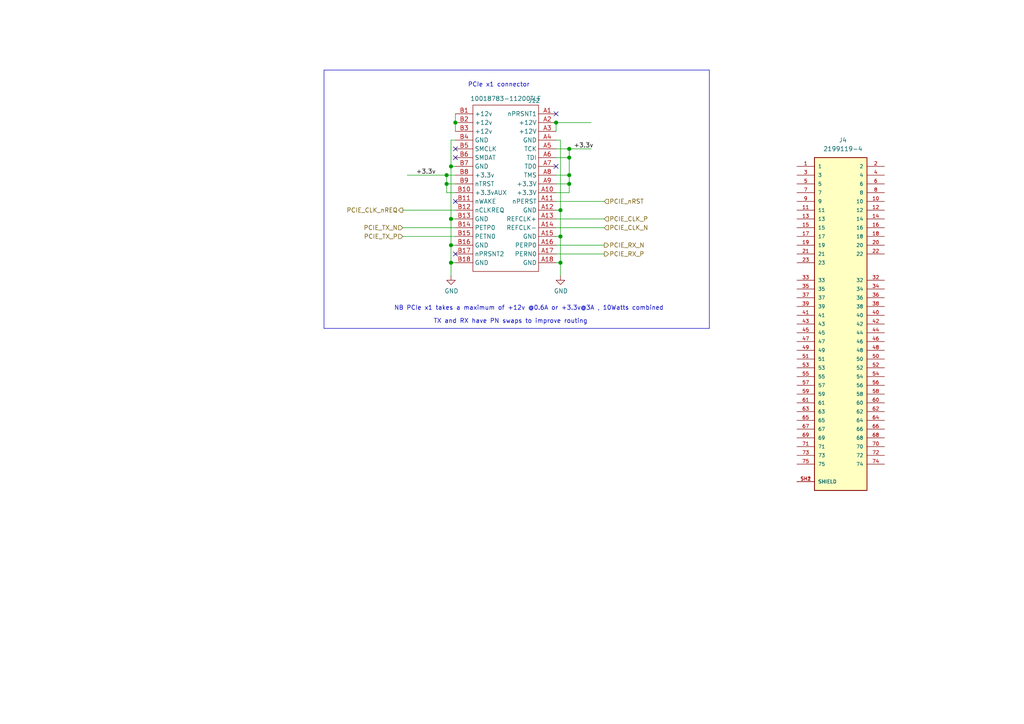
<source format=kicad_sch>
(kicad_sch (version 20201015) (generator eeschema)
  (page 1 6)
  (paper "A4")
  (title_block (title "Compute Module 4 IO Board - PCIe") (rev "1") (company "(c) Raspberry Pi Trading 2020") (comment 1 "www.raspberrypi.org"))
  (lib_symbols
    (symbol "2199119-4:2199119-4" (pin_names (offset 1.016))
      (property "Reference" "J" (at -7.6454 48.9712 0))
      (property "Value" "2199119-4" (at -7.62 -50.8254 0))
      (symbol "2199119-4_0_0"
        (rectangle (start -7.62 -48.26) (end 7.62 48.26) (stroke (width 0.254)) (fill (type background)))
        (pin passive line (at -12.7 45.72 0) (length 5.08) (name "1") (number "1"))
        (pin passive line (at 12.7 45.72 180) (length 5.08) (name "2") (number "2"))
        (pin passive line (at -12.7 43.18 0) (length 5.08) (name "3") (number "3"))
        (pin passive line (at 12.7 43.18 180) (length 5.08) (name "4") (number "4"))
        (pin passive line (at -12.7 40.64 0) (length 5.08) (name "5") (number "5"))
        (pin passive line (at 12.7 40.64 180) (length 5.08) (name "6") (number "6"))
        (pin passive line (at -12.7 38.1 0) (length 5.08) (name "7") (number "7"))
        (pin passive line (at 12.7 38.1 180) (length 5.08) (name "8") (number "8"))
        (pin passive line (at -12.7 35.56 0) (length 5.08) (name "9") (number "9"))
        (pin passive line (at 12.7 35.56 180) (length 5.08) (name "10") (number "10"))
        (pin passive line (at -12.7 33.02 0) (length 5.08) (name "11") (number "11"))
        (pin passive line (at 12.7 12.7 180) (length 5.08) (name "32") (number "32"))
        (pin passive line (at -12.7 12.7 0) (length 5.08) (name "33") (number "33"))
        (pin passive line (at 12.7 10.16 180) (length 5.08) (name "34") (number "34"))
        (pin passive line (at -12.7 10.16 0) (length 5.08) (name "35") (number "35"))
        (pin passive line (at 12.7 7.62 180) (length 5.08) (name "36") (number "36"))
        (pin passive line (at -12.7 7.62 0) (length 5.08) (name "37") (number "37"))
        (pin passive line (at 12.7 5.08 180) (length 5.08) (name "38") (number "38"))
        (pin passive line (at -12.7 5.08 0) (length 5.08) (name "39") (number "39"))
        (pin passive line (at 12.7 2.54 180) (length 5.08) (name "40") (number "40"))
        (pin passive line (at -12.7 2.54 0) (length 5.08) (name "41") (number "41"))
        (pin passive line (at 12.7 0 180) (length 5.08) (name "42") (number "42"))
        (pin passive line (at -12.7 0 0) (length 5.08) (name "43") (number "43"))
        (pin passive line (at 12.7 -2.54 180) (length 5.08) (name "44") (number "44"))
        (pin passive line (at -12.7 -2.54 0) (length 5.08) (name "45") (number "45"))
        (pin passive line (at 12.7 -5.08 180) (length 5.08) (name "46") (number "46"))
        (pin passive line (at -12.7 -5.08 0) (length 5.08) (name "47") (number "47"))
        (pin passive line (at 12.7 -7.62 180) (length 5.08) (name "48") (number "48"))
        (pin passive line (at -12.7 -7.62 0) (length 5.08) (name "49") (number "49"))
        (pin passive line (at 12.7 -10.16 180) (length 5.08) (name "50") (number "50"))
        (pin passive line (at -12.7 -10.16 0) (length 5.08) (name "51") (number "51"))
        (pin passive line (at 12.7 -12.7 180) (length 5.08) (name "52") (number "52"))
        (pin passive line (at -12.7 -12.7 0) (length 5.08) (name "53") (number "53"))
        (pin passive line (at 12.7 -15.24 180) (length 5.08) (name "54") (number "54"))
        (pin passive line (at -12.7 -15.24 0) (length 5.08) (name "55") (number "55"))
        (pin passive line (at 12.7 -17.78 180) (length 5.08) (name "56") (number "56"))
        (pin passive line (at -12.7 -17.78 0) (length 5.08) (name "57") (number "57"))
        (pin passive line (at 12.7 -20.32 180) (length 5.08) (name "58") (number "58"))
        (pin passive line (at -12.7 -20.32 0) (length 5.08) (name "59") (number "59"))
        (pin passive line (at 12.7 -22.86 180) (length 5.08) (name "60") (number "60"))
        (pin passive line (at -12.7 -22.86 0) (length 5.08) (name "61") (number "61"))
        (pin passive line (at 12.7 -25.4 180) (length 5.08) (name "62") (number "62"))
        (pin passive line (at -12.7 -25.4 0) (length 5.08) (name "63") (number "63"))
        (pin passive line (at 12.7 -27.94 180) (length 5.08) (name "64") (number "64"))
        (pin passive line (at -12.7 -27.94 0) (length 5.08) (name "65") (number "65"))
        (pin passive line (at 12.7 -30.48 180) (length 5.08) (name "66") (number "66"))
        (pin passive line (at -12.7 -30.48 0) (length 5.08) (name "67") (number "67"))
        (pin passive line (at 12.7 -33.02 180) (length 5.08) (name "68") (number "68"))
        (pin passive line (at -12.7 -33.02 0) (length 5.08) (name "69") (number "69"))
        (pin passive line (at 12.7 -35.56 180) (length 5.08) (name "70") (number "70"))
        (pin passive line (at -12.7 -35.56 0) (length 5.08) (name "71") (number "71"))
        (pin passive line (at 12.7 -38.1 180) (length 5.08) (name "72") (number "72"))
        (pin passive line (at -12.7 -38.1 0) (length 5.08) (name "73") (number "73"))
        (pin passive line (at 12.7 -40.64 180) (length 5.08) (name "74") (number "74"))
        (pin passive line (at -12.7 -40.64 0) (length 5.08) (name "75") (number "75"))
        (pin passive line (at -12.7 -45.72 0) (length 5.08) (name "SHIELD") (number "SH1"))
        (pin passive line (at -12.7 -45.72 0) (length 5.08) (name "SHIELD") (number "SH2"))
        (pin passive line (at 12.7 33.02 180) (length 5.08) (name "12") (number "12"))
        (pin passive line (at -12.7 30.48 0) (length 5.08) (name "13") (number "13"))
        (pin passive line (at 12.7 30.48 180) (length 5.08) (name "14") (number "14"))
        (pin passive line (at -12.7 27.94 0) (length 5.08) (name "15") (number "15"))
        (pin passive line (at 12.7 27.94 180) (length 5.08) (name "16") (number "16"))
        (pin passive line (at -12.7 25.4 0) (length 5.08) (name "17") (number "17"))
        (pin passive line (at 12.7 25.4 180) (length 5.08) (name "18") (number "18"))
        (pin passive line (at -12.7 22.86 0) (length 5.08) (name "19") (number "19"))
        (pin passive line (at 12.7 22.86 180) (length 5.08) (name "20") (number "20"))
        (pin passive line (at -12.7 20.32 0) (length 5.08) (name "21") (number "21"))
        (pin passive line (at 12.7 20.32 180) (length 5.08) (name "22") (number "22"))
        (pin passive line (at -12.7 17.78 0) (length 5.08) (name "23") (number "23"))
      )
    )
    (symbol "CM4IO:PCIe-x1"
      (property "Reference" "J" (at -13.97 36.83 0))
      (property "Value" "PCIe-x1" (at -5.08 -13.97 0))
      (symbol "PCIe-x1_0_1"
        (rectangle (start -13.97 35.56) (end 5.08 -12.7))
      )
      (symbol "PCIe-x1_0_0"
        (pin passive line (at 10.16 33.02 180) (length 5.08) (name "nPRSNT1") (number "A1"))
        (pin power_in line (at 10.16 10.16 180) (length 5.08) (name "+3.3V") (number "A10"))
        (pin input line (at 10.16 7.62 180) (length 5.08) (name "nPERST") (number "A11"))
        (pin power_in line (at 10.16 5.08 180) (length 5.08) (name "GND") (number "A12"))
        (pin input line (at 10.16 2.54 180) (length 5.08) (name "REFCLK+") (number "A13"))
        (pin input line (at 10.16 0 180) (length 5.08) (name "REFCLK-") (number "A14"))
        (pin power_in line (at 10.16 -2.54 180) (length 5.08) (name "GND") (number "A15"))
        (pin output line (at 10.16 -5.08 180) (length 5.08) (name "PERP0") (number "A16"))
        (pin output line (at 10.16 -7.62 180) (length 5.08) (name "PERN0") (number "A17"))
        (pin power_in line (at 10.16 -10.16 180) (length 5.08) (name "GND") (number "A18"))
        (pin power_in line (at 10.16 30.48 180) (length 5.08) (name "+12V") (number "A2"))
        (pin power_in line (at 10.16 27.94 180) (length 5.08) (name "+12V") (number "A3"))
        (pin power_in line (at 10.16 25.4 180) (length 5.08) (name "GND") (number "A4"))
        (pin input line (at 10.16 22.86 180) (length 5.08) (name "TCK") (number "A5"))
        (pin input line (at 10.16 20.32 180) (length 5.08) (name "TDI") (number "A6"))
        (pin output line (at 10.16 17.78 180) (length 5.08) (name "TD0") (number "A7"))
        (pin input line (at 10.16 15.24 180) (length 5.08) (name "TMS") (number "A8"))
        (pin power_in line (at 10.16 12.7 180) (length 5.08) (name "+3.3V") (number "A9"))
        (pin power_in line (at -19.05 33.02 0) (length 5.08) (name "+12v") (number "B1"))
        (pin power_in line (at -19.05 10.16 0) (length 5.08) (name "+3.3vAUX") (number "B10"))
        (pin open_collector line (at -19.05 7.62 0) (length 5.08) (name "nWAKE") (number "B11"))
        (pin open_collector line (at -19.05 5.08 0) (length 5.08) (name "nCLKREQ") (number "B12"))
        (pin power_in line (at -19.05 2.54 0) (length 5.08) (name "GND") (number "B13"))
        (pin input line (at -19.05 0 0) (length 5.08) (name "PETP0") (number "B14"))
        (pin input line (at -19.05 -2.54 0) (length 5.08) (name "PETN0") (number "B15"))
        (pin power_in line (at -19.05 -5.08 0) (length 5.08) (name "GND") (number "B16"))
        (pin passive line (at -19.05 -7.62 0) (length 5.08) (name "nPRSNT2") (number "B17"))
        (pin power_in line (at -19.05 -10.16 0) (length 5.08) (name "GND") (number "B18"))
        (pin power_in line (at -19.05 30.48 0) (length 5.08) (name "+12v") (number "B2"))
        (pin power_in line (at -19.05 27.94 0) (length 5.08) (name "+12v") (number "B3"))
        (pin power_in line (at -19.05 25.4 0) (length 5.08) (name "GND") (number "B4"))
        (pin passive line (at -19.05 22.86 0) (length 5.08) (name "SMCLK") (number "B5"))
        (pin passive line (at -19.05 20.32 0) (length 5.08) (name "SMDAT") (number "B6"))
        (pin power_in line (at -19.05 17.78 0) (length 5.08) (name "GND") (number "B7"))
        (pin power_in line (at -19.05 15.24 0) (length 5.08) (name "+3.3v") (number "B8"))
        (pin input line (at -19.05 12.7 0) (length 5.08) (name "nTRST") (number "B9"))
      )
    )
    (symbol "power:GND" (power) (pin_names (offset 0))
      (property "Value" "GND" (at 0 -3.81 0))
      (symbol "GND_0_1"
        (polyline (pts (xy 0 0) (xy 0 -1.27) (xy 1.27 -1.27) (xy 0 -2.54) (xy -1.27 -1.27) (xy 0 -1.27)))
      )
      (symbol "GND_1_1"
        (pin power_in line (at 0 0 270) (length 0) hide (name "GND") (number "1"))
      )
    )
  )
  (junction (at 129.54 50.8) (diameter 1.016))
  (junction (at 129.54 53.34) (diameter 1.016))
  (junction (at 130.81 48.26) (diameter 1.016))
  (junction (at 130.81 63.5) (diameter 1.016))
  (junction (at 130.81 71.12) (diameter 1.016))
  (junction (at 130.81 76.2) (diameter 1.016))
  (junction (at 132.08 35.56) (diameter 1.016))
  (junction (at 161.29 35.56) (diameter 1.016))
  (junction (at 162.56 60.96) (diameter 1.016))
  (junction (at 162.56 68.58) (diameter 1.016))
  (junction (at 162.56 76.2) (diameter 1.016))
  (junction (at 165.1 43.18) (diameter 1.016))
  (junction (at 165.1 45.72) (diameter 1.016))
  (junction (at 165.1 50.8) (diameter 1.016))
  (junction (at 165.1 53.34) (diameter 1.016))
  (no_connect (at 132.08 73.66))
  (no_connect (at 132.08 43.18))
  (no_connect (at 161.29 48.26))
  (no_connect (at 132.08 45.72))
  (no_connect (at 161.29 33.02))
  (no_connect (at 132.08 58.42))
  (wire (pts (xy 118.11 50.8) (xy 129.54 50.8)))
  (wire (pts (xy 129.54 50.8) (xy 129.54 53.34)))
  (wire (pts (xy 129.54 50.8) (xy 132.08 50.8)))
  (wire (pts (xy 129.54 53.34) (xy 129.54 55.88)))
  (wire (pts (xy 129.54 53.34) (xy 132.08 53.34)))
  (wire (pts (xy 129.54 55.88) (xy 132.08 55.88)))
  (wire (pts (xy 130.81 40.64) (xy 130.81 48.26)))
  (wire (pts (xy 130.81 48.26) (xy 130.81 63.5)))
  (wire (pts (xy 130.81 63.5) (xy 130.81 71.12)))
  (wire (pts (xy 130.81 71.12) (xy 130.81 76.2)))
  (wire (pts (xy 130.81 76.2) (xy 130.81 80.01)))
  (wire (pts (xy 130.81 76.2) (xy 132.08 76.2)))
  (wire (pts (xy 132.08 35.56) (xy 132.08 33.02)))
  (wire (pts (xy 132.08 38.1) (xy 132.08 35.56)))
  (wire (pts (xy 132.08 40.64) (xy 130.81 40.64)))
  (wire (pts (xy 132.08 48.26) (xy 130.81 48.26)))
  (wire (pts (xy 132.08 60.96) (xy 116.84 60.96)))
  (wire (pts (xy 132.08 63.5) (xy 130.81 63.5)))
  (wire (pts (xy 132.08 66.04) (xy 116.84 66.04)))
  (wire (pts (xy 132.08 68.58) (xy 116.84 68.58)))
  (wire (pts (xy 132.08 71.12) (xy 130.81 71.12)))
  (wire (pts (xy 161.29 35.56) (xy 171.45 35.56)))
  (wire (pts (xy 161.29 38.1) (xy 161.29 35.56)))
  (wire (pts (xy 161.29 40.64) (xy 162.56 40.64)))
  (wire (pts (xy 161.29 43.18) (xy 165.1 43.18)))
  (wire (pts (xy 161.29 45.72) (xy 165.1 45.72)))
  (wire (pts (xy 161.29 50.8) (xy 165.1 50.8)))
  (wire (pts (xy 161.29 53.34) (xy 165.1 53.34)))
  (wire (pts (xy 161.29 55.88) (xy 165.1 55.88)))
  (wire (pts (xy 161.29 58.42) (xy 175.26 58.42)))
  (wire (pts (xy 161.29 60.96) (xy 162.56 60.96)))
  (wire (pts (xy 161.29 63.5) (xy 175.26 63.5)))
  (wire (pts (xy 161.29 66.04) (xy 175.26 66.04)))
  (wire (pts (xy 161.29 68.58) (xy 162.56 68.58)))
  (wire (pts (xy 161.29 71.12) (xy 175.26 71.12)))
  (wire (pts (xy 161.29 73.66) (xy 175.26 73.66)))
  (wire (pts (xy 162.56 40.64) (xy 162.56 60.96)))
  (wire (pts (xy 162.56 60.96) (xy 162.56 68.58)))
  (wire (pts (xy 162.56 68.58) (xy 162.56 76.2)))
  (wire (pts (xy 162.56 76.2) (xy 161.29 76.2)))
  (wire (pts (xy 162.56 76.2) (xy 162.56 80.01)))
  (wire (pts (xy 165.1 43.18) (xy 165.1 45.72)))
  (wire (pts (xy 165.1 43.18) (xy 171.45 43.18)))
  (wire (pts (xy 165.1 45.72) (xy 165.1 50.8)))
  (wire (pts (xy 165.1 50.8) (xy 165.1 53.34)))
  (wire (pts (xy 165.1 55.88) (xy 165.1 53.34)))
  (polyline (pts (xy 93.98 20.32) (xy 205.74 20.32)) (stroke (width 0) (type solid)))
  (polyline (pts (xy 93.98 95.25) (xy 93.98 20.32)) (stroke (width 0) (type solid)))
  (polyline (pts (xy 205.74 20.32) (xy 205.74 95.25)) (stroke (width 0) (type solid)))
  (polyline (pts (xy 205.74 95.25) (xy 93.98 95.25)) (stroke (width 0) (type solid)))
  (text "NB PCIe x1 takes a maximum of +12v @0.6A or +3.3v@3A , 10Watts combined" (at 114.3 90.17 0) (effects (font (size 1.27 1.27)) (justify left bottom)))
  (text "TX and RX have PN swaps to improve routing\n" (at 125.73 93.98 0) (effects (font (size 1.27 1.27)) (justify left bottom)))
  (text "PCIe x1 connector" (at 153.67 25.4 180) (effects (font (size 1.27 1.27)) (justify right bottom)))
  (label "+3.3v" (at 120.65 50.8 0))
  (label "+3.3v" (at 166.37 43.18 0))
  (hierarchical_label "PCIE_CLK_nREQ" (shape output) (at 116.84 60.96 180))
  (hierarchical_label "PCIE_TX_N" (shape input) (at 116.84 66.04 180))
  (hierarchical_label "PCIE_TX_P" (shape input) (at 116.84 68.58 180))
  (hierarchical_label "PCIE_nRST" (shape input) (at 175.26 58.42 0))
  (hierarchical_label "PCIE_CLK_P" (shape input) (at 175.26 63.5 0))
  (hierarchical_label "PCIE_CLK_N" (shape input) (at 175.26 66.04 0))
  (hierarchical_label "PCIE_RX_N" (shape output) (at 175.26 71.12 0))
  (hierarchical_label "PCIE_RX_P" (shape output) (at 175.26 73.66 0))
  (symbol (lib_id "power:GND") (at 130.81 80.01 0) (unit 1)
    (property "Reference" "#PWR0115" (effects hide))
    (property "Value" "GND" (at 130.937 84.4042 0))
  )
  (symbol (lib_id "power:GND") (at 162.56 80.01 0) (unit 1)
    (property "Reference" "#PWR0116" (effects hide))
    (property "Value" "GND" (at 162.687 84.4042 0))
  )
  (symbol (lib_id "CM4IO:PCIe-x1") (at 151.13 66.04 0) (unit 1)
    (property "Reference" "J12" (at 154.94 29.21 0))
    (property "Value" "10018783-11200TLF" (at 146.685 28.6004 0))
    (property "Footprint" "CM4IO:PCIex1-36" (effects hide))
    (property "Datasheet" "https://www.mouser.co.uk/datasheet/2/18/10018783-1525093.pdf" (effects hide))
    (property "Field4" "Mouser" (effects hide))
    (property "Field5" "649-10018783-1200TLF" (effects hide))
    (property "Part Description" "PCI Express/PCI Connectors PCIE THROUGH HOLE 36P" (effects hide))
    (property "Field6" "10018783-11200TLF" (effects hide))
    (property "Field7" "Amphenol FCI" (effects hide))
  )
  (symbol (lib_id "2199119-4:2199119-4") (at 243.84 93.98 0) (unit 1)
    (property "Reference" "J4" (at 244.475 40.64 0))
    (property "Value" "2199119-4" (at 244.475 43.18 0))
    (property "Footprint" "TE_2199119-4" (effects hide))
    (property "Comment" "2199119-4" (effects hide))
  )
)
</source>
